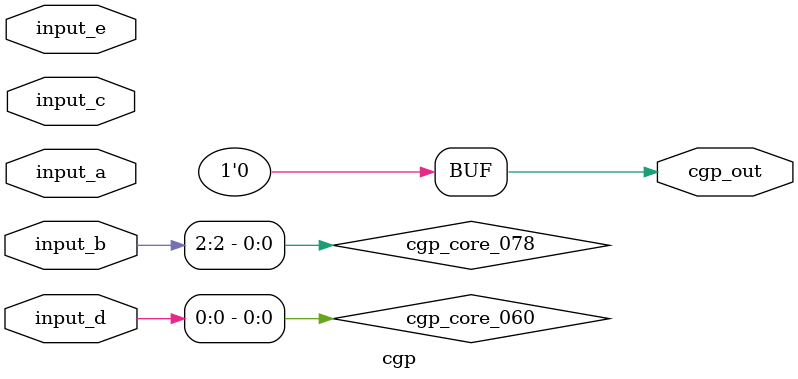
<source format=v>
module cgp(input [2:0] input_a, input [2:0] input_b, input [2:0] input_c, input [2:0] input_d, input [2:0] input_e, output [0:0] cgp_out);
  wire cgp_core_017;
  wire cgp_core_018;
  wire cgp_core_020;
  wire cgp_core_021;
  wire cgp_core_022;
  wire cgp_core_023;
  wire cgp_core_025;
  wire cgp_core_026;
  wire cgp_core_027;
  wire cgp_core_030;
  wire cgp_core_032;
  wire cgp_core_033;
  wire cgp_core_034;
  wire cgp_core_035;
  wire cgp_core_038;
  wire cgp_core_041;
  wire cgp_core_049;
  wire cgp_core_051;
  wire cgp_core_055_not;
  wire cgp_core_060;
  wire cgp_core_062;
  wire cgp_core_065;
  wire cgp_core_069;
  wire cgp_core_070;
  wire cgp_core_073;
  wire cgp_core_076;
  wire cgp_core_078;
  wire cgp_core_080;

  assign cgp_core_017 = ~input_b[0];
  assign cgp_core_018 = ~(input_c[1] & input_d[2]);
  assign cgp_core_020 = ~(input_b[1] | input_c[1]);
  assign cgp_core_021 = input_b[2] & input_c[2];
  assign cgp_core_022 = input_b[0] & input_d[2];
  assign cgp_core_023 = cgp_core_020 ^ input_a[2];
  assign cgp_core_025 = ~(input_b[2] ^ input_e[2]);
  assign cgp_core_026 = input_a[2] | cgp_core_023;
  assign cgp_core_027 = ~(input_a[2] ^ input_b[2]);
  assign cgp_core_030 = input_d[0] & input_e[1];
  assign cgp_core_032 = ~(input_b[0] ^ input_e[1]);
  assign cgp_core_033 = input_a[1] & input_b[2];
  assign cgp_core_034 = input_d[2] ^ input_d[2];
  assign cgp_core_035 = input_d[0] | cgp_core_034;
  assign cgp_core_038 = input_e[2] ^ input_d[1];
  assign cgp_core_041 = ~input_b[2];
  assign cgp_core_049 = cgp_core_026 | cgp_core_038;
  assign cgp_core_051 = ~input_d[2];
  assign cgp_core_055_not = ~input_d[0];
  assign cgp_core_060 = ~cgp_core_055_not;
  assign cgp_core_062 = ~input_b[2];
  assign cgp_core_065 = input_d[2] & input_b[1];
  assign cgp_core_069 = ~(input_b[2] | input_d[0]);
  assign cgp_core_070 = input_b[0] & input_c[2];
  assign cgp_core_073 = ~input_b[1];
  assign cgp_core_076 = ~(input_a[0] & input_d[0]);
  assign cgp_core_078 = input_b[2] & input_b[2];
  assign cgp_core_080 = ~(input_e[1] & input_d[0]);

  assign cgp_out[0] = 1'b0;
endmodule
</source>
